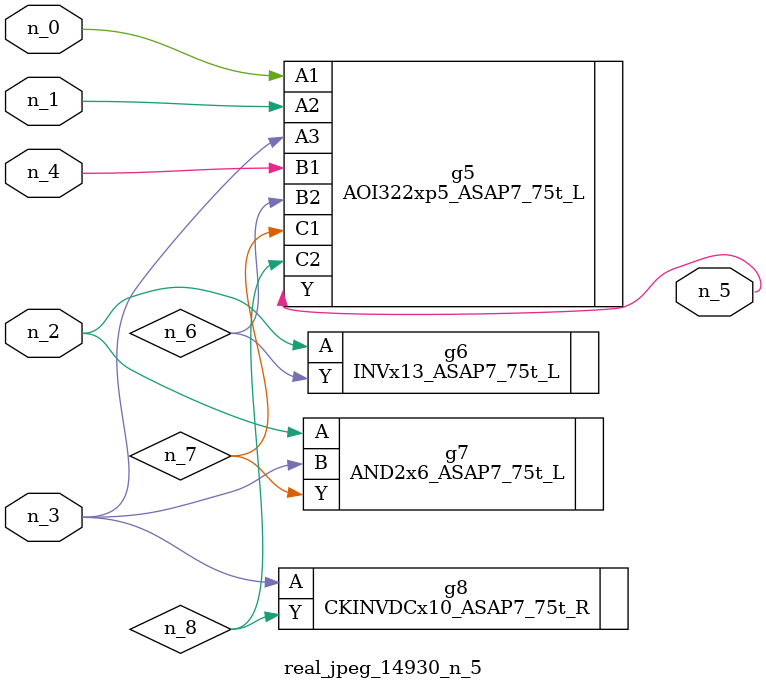
<source format=v>
module real_jpeg_14930_n_5 (n_4, n_0, n_1, n_2, n_3, n_5);

input n_4;
input n_0;
input n_1;
input n_2;
input n_3;

output n_5;

wire n_8;
wire n_6;
wire n_7;

AOI322xp5_ASAP7_75t_L g5 ( 
.A1(n_0),
.A2(n_1),
.A3(n_3),
.B1(n_4),
.B2(n_6),
.C1(n_7),
.C2(n_8),
.Y(n_5)
);

INVx13_ASAP7_75t_L g6 ( 
.A(n_2),
.Y(n_6)
);

AND2x6_ASAP7_75t_L g7 ( 
.A(n_2),
.B(n_3),
.Y(n_7)
);

CKINVDCx10_ASAP7_75t_R g8 ( 
.A(n_3),
.Y(n_8)
);


endmodule
</source>
